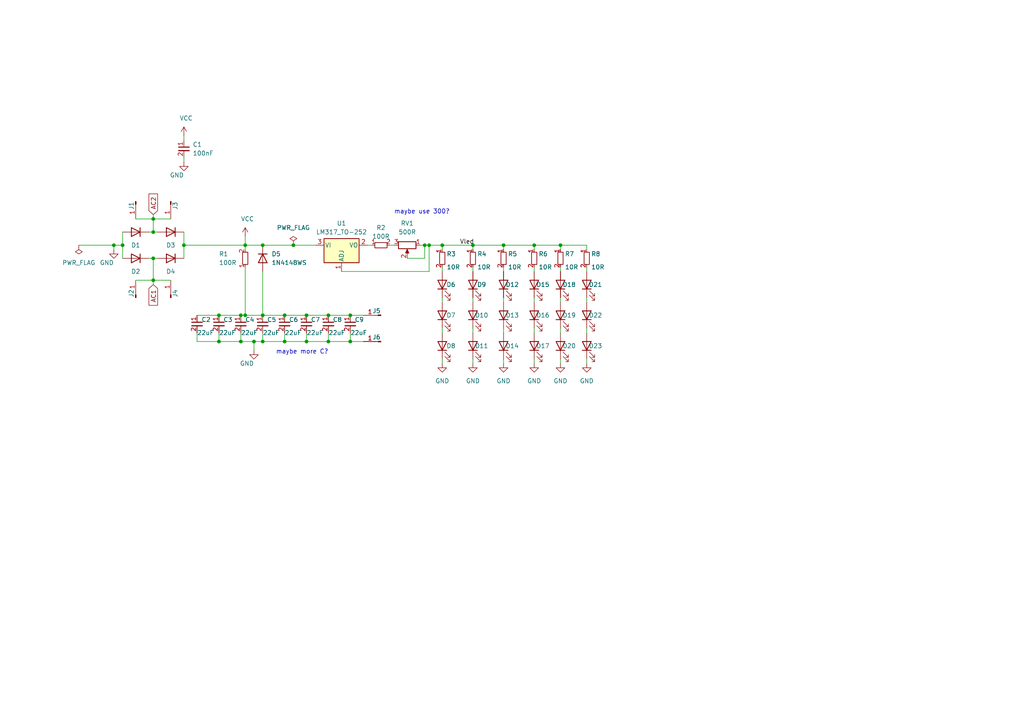
<source format=kicad_sch>
(kicad_sch (version 20231120) (generator "eeschema") (generator_version "8.0")
  (paper "A4")
  (lib_symbols
    (symbol "Connector:Conn_01x01_Pin" (pin_names (offset 1.016) hide)
      (property "Reference" "J" (at 0 2.54 0))
      (property "Value" "Conn_01x01_Pin" (at 0 -2.54 0))
      (symbol "Conn_01x01_Pin_1_1"
        (polyline (pts (xy 1.27 0) (xy 0.8636 0)) (stroke (width 0.1524)))
        (rectangle (start 0.8636 0.127) (end 0 -0.127) (stroke (width 0.1524)) (fill (type outline)))
        (pin passive line (at 5.08 0 180) (length 3.81) (name "Pin_1") (number "1"))
      )
    )
    (symbol "Device:LED" (pin_numbers hide) (pin_names (offset 1.016) hide)
      (property "Reference" "D" (at 0 2.54 0))
      (property "Value" "LED" (at 0 -2.54 0))
      (symbol "LED_0_1"
        (polyline (pts (xy -1.27 -1.27) (xy -1.27 1.27)) (stroke (width 0.254)))
        (polyline (pts (xy -1.27 0) (xy 1.27 0)))
        (polyline (pts (xy 1.27 -1.27) (xy 1.27 1.27) (xy -1.27 0) (xy 1.27 -1.27)) (stroke (width 0.254)))
        (polyline (pts (xy -3.048 -0.762) (xy -4.572 -2.286) (xy -3.81 -2.286) (xy -4.572 -2.286) (xy -4.572 -1.524)))
        (polyline (pts (xy -1.778 -0.762) (xy -3.302 -2.286) (xy -2.54 -2.286) (xy -3.302 -2.286) (xy -3.302 -1.524)))
      )
      (symbol "LED_1_1"
        (pin passive line (at -3.81 0 0) (length 2.54) (name "K") (number "1"))
        (pin passive line (at 3.81 0 180) (length 2.54) (name "A") (number "2"))
      )
    )
    (symbol "Device:R_Potentiometer" (pin_names (offset 1.016) hide)
      (property "Reference" "RV" (at -4.445 0 90))
      (property "Value" "R_Potentiometer" (at -2.54 0 90))
      (symbol "R_Potentiometer_0_1"
        (polyline (pts (xy 2.54 0) (xy 1.524 0)))
        (polyline (pts (xy 1.143 0) (xy 2.286 0.508) (xy 2.286 -0.508) (xy 1.143 0)) (fill (type outline)))
        (rectangle (start 1.016 2.54) (end -1.016 -2.54) (stroke (width 0.254)))
      )
      (symbol "R_Potentiometer_1_1"
        (pin passive line (at 0 3.81 270) (length 1.27) (name "1") (number "1"))
        (pin passive line (at 3.81 0 180) (length 1.27) (name "2") (number "2"))
        (pin passive line (at 0 -3.81 90) (length 1.27) (name "3") (number "3"))
      )
    )
    (symbol "Regulator_Linear:LM317_TO-252" (pin_names (offset 0.254))
      (property "Reference" "U" (at -3.81 3.175 0))
      (property "Value" "LM317_TO-252" (at 0 3.175 0))
      (symbol "LM317_TO-252_0_1"
        (rectangle (start -5.08 1.905) (end 5.08 -5.08) (stroke (width 0.254)) (fill (type background)))
      )
      (symbol "LM317_TO-252_1_1"
        (pin input line (at 0 -7.62 90) (length 2.54) (name "ADJ") (number "1"))
        (pin power_out line (at 7.62 0 180) (length 2.54) (name "VO") (number "2"))
        (pin power_in line (at -7.62 0 0) (length 2.54) (name "VI") (number "3"))
      )
    )
    (symbol "capacitor_miscellaneous:C_0603_100nF"
      (property "Reference" "U" (at 1.27 2.54 0))
      (property "Value" "100nF" (at 3.81 -2.54 0))
      (property "JLCPCB Part#" "C14663" (at 0 0 0))
      (symbol "C_0603_100nF_0_1"
        (polyline (pts (xy -1.524 -0.508) (xy 1.524 -0.508)) (stroke (width 0.3302)))
        (polyline (pts (xy -1.524 0.508) (xy 1.524 0.508)) (stroke (width 0.3048)))
      )
      (symbol "C_0603_100nF_1_1"
        (pin passive line (at 0 2.54 270) (length 2.032) (name "~") (number "1"))
        (pin passive line (at 0 -2.54 90) (length 2.032) (name "~") (number "2"))
      )
    )
    (symbol "capacitor_miscellaneous:C_1206_47uF"
      (property "Reference" "C" (at 1.27 2.54 0))
      (property "Value" "47uF" (at 3.81 -2.54 0))
      (property "JLCPCB Part#" "C96123" (at 0 0 0))
      (symbol "C_1206_47uF_0_1"
        (polyline (pts (xy -1.524 -0.508) (xy 1.524 -0.508)) (stroke (width 0.3302)))
        (polyline (pts (xy -1.524 0.508) (xy 1.524 0.508)) (stroke (width 0.3048)))
      )
      (symbol "C_1206_47uF_1_1"
        (pin passive line (at 0 2.54 270) (length 2.032) (name "~") (number "1"))
        (pin passive line (at 0 -2.54 90) (length 2.032) (name "~") (number "2"))
      )
    )
    (symbol "custom_kicad_lib_sk:1N4148WS" (pin_numbers hide) (pin_names hide)
      (property "Reference" "D" (at 0 2.54 0))
      (property "Value" "1N4148WS" (at 0 -2.54 0))
      (symbol "1N4148WS_0_1"
        (polyline (pts (xy -1.27 1.27) (xy -1.27 -1.27)) (stroke (width 0.254)))
        (polyline (pts (xy 1.27 0) (xy -1.27 0)))
        (polyline (pts (xy 1.27 1.27) (xy 1.27 -1.27) (xy -1.27 0) (xy 1.27 1.27)) (stroke (width 0.254)))
      )
      (symbol "1N4148WS_1_1"
        (pin passive line (at -3.81 0 0) (length 2.54) (name "K") (number "1"))
        (pin passive line (at 3.81 0 180) (length 2.54) (name "A") (number "2"))
      )
    )
    (symbol "power:GND" (power) (pin_names (offset 0))
      (property "Value" "GND" (at 0 -3.81 0))
      (symbol "GND_0_1"
        (polyline (pts (xy 0 0) (xy 0 -1.27) (xy 1.27 -1.27) (xy 0 -2.54) (xy -1.27 -1.27) (xy 0 -1.27)))
      )
      (symbol "GND_1_1"
        (pin power_in line (at 0 0 270) (length 0) hide (name "GND") (number "1"))
      )
    )
    (symbol "power:PWR_FLAG" (power) (pin_numbers hide) (pin_names (offset 0) hide)
      (property "Value" "PWR_FLAG" (at 0 3.81 0))
      (symbol "PWR_FLAG_0_0"
        (pin power_out line (at 0 0 90) (length 0) (name "pwr") (number "1"))
      )
      (symbol "PWR_FLAG_0_1"
        (polyline (pts (xy 0 0) (xy 0 1.27) (xy -1.016 1.905) (xy 0 2.54) (xy 1.016 1.905) (xy 0 1.27)))
      )
    )
    (symbol "power:VCC" (power) (pin_names (offset 0))
      (property "Value" "VCC" (at 0 3.81 0))
      (symbol "VCC_0_1"
        (polyline (pts (xy -0.762 1.27) (xy 0 2.54)))
        (polyline (pts (xy 0 0) (xy 0 2.54)))
        (polyline (pts (xy 0 2.54) (xy 0.762 1.27)))
      )
      (symbol "VCC_1_1"
        (pin power_in line (at 0 0 90) (length 0) hide (name "VCC") (number "1"))
      )
    )
    (symbol "resistors_0603:R_100R_0603"
      (property "Reference" "R" (at 1.27 2.54 0))
      (property "Value" "100R" (at 2.54 -2.54 0))
      (symbol "R_100R_0603_0_1"
        (rectangle (start -0.762 1.778) (end 0.762 -1.778) (stroke (width 0.2032)))
      )
      (symbol "R_100R_0603_1_1"
        (pin passive line (at 0 2.54 270) (length 0.762) (name "~") (number "1"))
        (pin passive line (at 0 -2.54 90) (length 0.762) (name "~") (number "2"))
      )
    )
    (symbol "resistors_0603:R_10R_0603"
      (property "Reference" "R" (at 1.27 2.54 0))
      (property "Value" "10R" (at 2.54 -2.54 0))
      (symbol "R_10R_0603_0_1"
        (rectangle (start -0.762 1.778) (end 0.762 -1.778) (stroke (width 0.2032)))
      )
      (symbol "R_10R_0603_1_1"
        (pin passive line (at 0 2.54 270) (length 0.762) (name "~") (number "1"))
        (pin passive line (at 0 -2.54 90) (length 0.762) (name "~") (number "2"))
      )
    )
    (symbol "resistors_0805:R_100R_0805"
      (property "Reference" "R" (at 1.27 2.54 0))
      (property "Value" "100R" (at 2.54 -2.54 0))
      (symbol "R_100R_0805_0_1"
        (rectangle (start -0.762 1.778) (end 0.762 -1.778) (stroke (width 0.2032)))
      )
      (symbol "R_100R_0805_1_1"
        (pin passive line (at 0 2.54 270) (length 0.762) (name "~") (number "1"))
        (pin passive line (at 0 -2.54 90) (length 0.762) (name "~") (number "2"))
      )
    )
  )
  (junction (at 88.9 91.44))
  (junction (at 69.85 99.06))
  (junction (at 44.45 67.31))
  (junction (at 123.19 71.12))
  (junction (at 76.2 71.12))
  (junction (at 124.46 71.12))
  (junction (at 82.55 91.44))
  (junction (at 33.02 71.12))
  (junction (at 71.12 71.12))
  (junction (at 63.5 91.44))
  (junction (at 162.56 71.12))
  (junction (at 95.25 99.06))
  (junction (at 85.09 71.12))
  (junction (at 35.56 71.12))
  (junction (at 73.66 99.06))
  (junction (at 44.45 63.5))
  (junction (at 101.6 99.06))
  (junction (at 95.25 91.44))
  (junction (at 71.12 91.44))
  (junction (at 76.2 91.44))
  (junction (at 44.45 81.28))
  (junction (at 82.55 99.06))
  (junction (at 128.27 71.12))
  (junction (at 154.94 71.12))
  (junction (at 63.5 99.06))
  (junction (at 101.6 91.44))
  (junction (at 88.9 99.06))
  (junction (at 146.05 71.12))
  (junction (at 53.34 71.12))
  (junction (at 137.16 71.12))
  (junction (at 44.45 74.93))
  (junction (at 69.85 91.44))
  (junction (at 76.2 99.06))
  (wire (pts (xy 137.16 105.41) (xy 137.16 104.14)))
  (wire (pts (xy 146.05 72.39) (xy 146.05 71.12)))
  (wire (pts (xy 95.25 99.06) (xy 101.6 99.06)))
  (wire (pts (xy 124.46 78.74) (xy 99.06 78.74)))
  (wire (pts (xy 57.15 99.06) (xy 63.5 99.06)))
  (wire (pts (xy 162.56 86.36) (xy 162.56 87.63)))
  (wire (pts (xy 57.15 96.52) (xy 57.15 99.06)))
  (wire (pts (xy 128.27 77.47) (xy 128.27 78.74)))
  (wire (pts (xy 170.18 105.41) (xy 170.18 104.14)))
  (wire (pts (xy 44.45 74.93) (xy 44.45 81.28)))
  (wire (pts (xy 44.45 67.31) (xy 43.18 67.31)))
  (wire (pts (xy 162.56 105.41) (xy 162.56 104.14)))
  (wire (pts (xy 82.55 91.44) (xy 88.9 91.44)))
  (wire (pts (xy 22.86 71.12) (xy 33.02 71.12)))
  (wire (pts (xy 154.94 86.36) (xy 154.94 87.63)))
  (wire (pts (xy 44.45 63.5) (xy 39.37 63.5)))
  (wire (pts (xy 95.25 96.52) (xy 95.25 99.06)))
  (wire (pts (xy 63.5 91.44) (xy 69.85 91.44)))
  (wire (pts (xy 128.27 105.41) (xy 128.27 104.14)))
  (wire (pts (xy 137.16 86.36) (xy 137.16 87.63)))
  (wire (pts (xy 124.46 71.12) (xy 128.27 71.12)))
  (wire (pts (xy 123.19 71.12) (xy 124.46 71.12)))
  (wire (pts (xy 146.05 105.41) (xy 146.05 104.14)))
  (wire (pts (xy 76.2 99.06) (xy 82.55 99.06)))
  (wire (pts (xy 88.9 99.06) (xy 82.55 99.06)))
  (wire (pts (xy 71.12 91.44) (xy 76.2 91.44)))
  (wire (pts (xy 118.11 74.93) (xy 123.19 74.93)))
  (wire (pts (xy 128.27 86.36) (xy 128.27 87.63)))
  (wire (pts (xy 170.18 95.25) (xy 170.18 96.52)))
  (wire (pts (xy 71.12 68.58) (xy 71.12 71.12)))
  (wire (pts (xy 154.94 71.12) (xy 162.56 71.12)))
  (wire (pts (xy 88.9 91.44) (xy 95.25 91.44)))
  (wire (pts (xy 44.45 74.93) (xy 43.18 74.93)))
  (wire (pts (xy 162.56 95.25) (xy 162.56 96.52)))
  (wire (pts (xy 123.19 74.93) (xy 123.19 71.12)))
  (wire (pts (xy 71.12 71.12) (xy 71.12 72.39)))
  (wire (pts (xy 57.15 91.44) (xy 63.5 91.44)))
  (wire (pts (xy 44.45 63.5) (xy 44.45 67.31)))
  (wire (pts (xy 146.05 95.25) (xy 146.05 96.52)))
  (wire (pts (xy 154.94 77.47) (xy 154.94 78.74)))
  (wire (pts (xy 101.6 91.44) (xy 105.41 91.44)))
  (wire (pts (xy 44.45 81.28) (xy 39.37 81.28)))
  (wire (pts (xy 162.56 77.47) (xy 162.56 78.74)))
  (wire (pts (xy 137.16 71.12) (xy 146.05 71.12)))
  (wire (pts (xy 128.27 71.12) (xy 137.16 71.12)))
  (wire (pts (xy 101.6 99.06) (xy 105.41 99.06)))
  (wire (pts (xy 170.18 86.36) (xy 170.18 87.63)))
  (wire (pts (xy 170.18 71.12) (xy 170.18 72.39)))
  (wire (pts (xy 128.27 72.39) (xy 128.27 71.12)))
  (wire (pts (xy 76.2 91.44) (xy 82.55 91.44)))
  (wire (pts (xy 63.5 99.06) (xy 63.5 96.52)))
  (wire (pts (xy 101.6 96.52) (xy 101.6 99.06)))
  (wire (pts (xy 49.53 63.5) (xy 44.45 63.5)))
  (wire (pts (xy 82.55 99.06) (xy 82.55 96.52)))
  (wire (pts (xy 69.85 99.06) (xy 69.85 96.52)))
  (wire (pts (xy 106.68 71.12) (xy 107.95 71.12)))
  (wire (pts (xy 137.16 77.47) (xy 137.16 78.74)))
  (wire (pts (xy 73.66 99.06) (xy 69.85 99.06)))
  (wire (pts (xy 114.3 71.12) (xy 113.03 71.12)))
  (wire (pts (xy 76.2 99.06) (xy 76.2 96.52)))
  (wire (pts (xy 53.34 71.12) (xy 71.12 71.12)))
  (wire (pts (xy 128.27 95.25) (xy 128.27 96.52)))
  (wire (pts (xy 53.34 39.37) (xy 53.34 40.64)))
  (wire (pts (xy 69.85 91.44) (xy 71.12 91.44)))
  (wire (pts (xy 137.16 95.25) (xy 137.16 96.52)))
  (wire (pts (xy 162.56 71.12) (xy 162.56 72.39)))
  (wire (pts (xy 49.53 81.28) (xy 44.45 81.28)))
  (wire (pts (xy 73.66 101.6) (xy 73.66 99.06)))
  (wire (pts (xy 73.66 99.06) (xy 76.2 99.06)))
  (wire (pts (xy 146.05 77.47) (xy 146.05 78.74)))
  (wire (pts (xy 63.5 99.06) (xy 69.85 99.06)))
  (wire (pts (xy 137.16 72.39) (xy 137.16 71.12)))
  (wire (pts (xy 53.34 67.31) (xy 53.34 71.12)))
  (wire (pts (xy 170.18 77.47) (xy 170.18 78.74)))
  (wire (pts (xy 123.19 71.12) (xy 121.92 71.12)))
  (wire (pts (xy 146.05 86.36) (xy 146.05 87.63)))
  (wire (pts (xy 162.56 71.12) (xy 170.18 71.12)))
  (wire (pts (xy 53.34 46.99) (xy 53.34 45.72)))
  (wire (pts (xy 35.56 71.12) (xy 35.56 74.93)))
  (wire (pts (xy 95.25 91.44) (xy 101.6 91.44)))
  (wire (pts (xy 44.45 62.23) (xy 44.45 63.5)))
  (wire (pts (xy 88.9 99.06) (xy 95.25 99.06)))
  (wire (pts (xy 124.46 71.12) (xy 124.46 78.74)))
  (wire (pts (xy 154.94 105.41) (xy 154.94 104.14)))
  (wire (pts (xy 44.45 74.93) (xy 45.72 74.93)))
  (wire (pts (xy 71.12 77.47) (xy 71.12 91.44)))
  (wire (pts (xy 76.2 71.12) (xy 85.09 71.12)))
  (wire (pts (xy 33.02 71.12) (xy 35.56 71.12)))
  (wire (pts (xy 88.9 96.52) (xy 88.9 99.06)))
  (wire (pts (xy 33.02 72.39) (xy 33.02 71.12)))
  (wire (pts (xy 154.94 95.25) (xy 154.94 96.52)))
  (wire (pts (xy 154.94 71.12) (xy 154.94 72.39)))
  (wire (pts (xy 71.12 71.12) (xy 76.2 71.12)))
  (wire (pts (xy 76.2 78.74) (xy 76.2 91.44)))
  (wire (pts (xy 154.94 71.12) (xy 146.05 71.12)))
  (wire (pts (xy 44.45 81.28) (xy 44.45 82.55)))
  (wire (pts (xy 35.56 67.31) (xy 35.56 71.12)))
  (wire (pts (xy 53.34 71.12) (xy 53.34 74.93)))
  (wire (pts (xy 44.45 67.31) (xy 45.72 67.31)))
  (wire (pts (xy 85.09 71.12) (xy 91.44 71.12)))
  (text "maybe more C?" (at 80.01 102.87 0) (effects (font (size 1.27 1.27)) (justify left bottom)))
  (text "maybe use 300?" (at 114.3 62.23 0) (effects (font (size 1.27 1.27)) (justify left bottom)))
  (label "Vled" (at 133.35 71.12 0))
  (global_label "AC1" (shape input) (at 44.45 82.55 270) (property "Intersheetrefs" "${INTERSHEET_REFS}" (effects (hide yes))))
  (global_label "AC2" (shape input) (at 44.45 62.23 90) (property "Intersheetrefs" "${INTERSHEET_REFS}" (effects (hide yes))))
  (symbol (lib_id "Device:LED") (at 154.94 82.55 90) (unit 1)
    (property "Reference" "D15" (at 157.48 82.55 90))
    (property "Value" "LED" (effects (hide yes)))
    (property "Footprint" "LED_SMD:LED_0805_2012Metric" (effects (hide yes)))
    (property "JLCPCB Part#" "C965820" (effects (hide yes)))
  )
  (symbol (lib_id "power:GND") (at 146.05 105.41 0) (unit 1)
    (property "Reference" "#PWR08" (effects (hide yes)))
    (property "Value" "GND" (at 146.05 110.49 0))
  )
  (symbol (lib_id "Device:LED") (at 162.56 82.55 90) (unit 1)
    (property "Reference" "D18" (at 165.1 82.55 90))
    (property "Value" "LED" (effects (hide yes)))
    (property "Footprint" "LED_SMD:LED_0805_2012Metric" (effects (hide yes)))
    (property "JLCPCB Part#" "C965820" (effects (hide yes)))
  )
  (symbol (lib_id "custom_kicad_lib_sk:1N4148WS") (at 76.2 74.93 270) (unit 1)
    (property "Reference" "D5" (at 78.74 73.66 90) (effects (justify left)))
    (property "Value" "1N4148WS" (at 78.74 76.2 90) (effects (justify left)))
    (property "Footprint" "Diode_SMD:D_SOD-323" (effects (hide yes)))
    (property "Datasheet" "https://www.vishay.com/docs/85751/1n4148ws.pdf" (effects (hide yes)))
    (property "Sim.Device" "D" (effects (hide yes)))
    (property "Sim.Pins" "1=K 2=A" (effects (hide yes)))
    (property "JLCPCB Part#" "C2128" (effects (hide yes)))
  )
  (symbol (lib_id "capacitor_miscellaneous:C_1206_47uF") (at 95.25 93.98 0) (unit 1)
    (property "Reference" "C8" (at 96.52 92.71 0) (effects (justify left)))
    (property "Value" "22uF" (at 95.25 96.52 0) (effects (justify left)))
    (property "Footprint" "Capacitor_SMD:C_1206_3216Metric" (effects (hide yes)))
    (property "JLCPCB Part#" "C12891" (effects (hide yes)))
  )
  (symbol (lib_id "power:GND") (at 73.66 101.6 0) (unit 1)
    (property "Reference" "#PWR05" (effects (hide yes)))
    (property "Value" "GND" (at 73.66 105.41 0) (effects (justify right)))
  )
  (symbol (lib_id "capacitor_miscellaneous:C_1206_47uF") (at 57.15 93.98 0) (unit 1)
    (property "Reference" "C2" (at 58.42 92.71 0) (effects (justify left)))
    (property "Value" "22uF" (at 57.15 96.52 0) (effects (justify left)))
    (property "Footprint" "Capacitor_SMD:C_1206_3216Metric" (effects (hide yes)))
    (property "JLCPCB Part#" "C12891" (effects (hide yes)))
  )
  (symbol (lib_id "Connector:Conn_01x01_Pin") (at 49.53 86.36 90) (unit 1)
    (property "Reference" "J4" (at 50.8 85.09 0))
    (property "Value" "Conn_01x01_Pin" (effects (hide yes)))
    (property "Footprint" "custom_kicad_lib_sk:01_solderpad_2.54" (effects (hide yes)))
  )
  (symbol (lib_id "resistors_0603:R_10R_0603") (at 170.18 74.93 0) (unit 1)
    (property "Reference" "R8" (at 171.45 73.66 0) (effects (justify left)))
    (property "Value" "10R" (at 171.45 77.47 0) (effects (justify left)))
    (property "Footprint" "custom_kicad_lib_sk:R_0603_smalltext" (effects (hide yes)))
    (property "JLCPCB Part#" "C22859" (effects (hide yes)))
  )
  (symbol (lib_id "resistors_0603:R_100R_0603") (at 110.49 71.12 90) (unit 1)
    (property "Reference" "R2" (at 110.49 66.04 90))
    (property "Value" "100R" (at 110.49 68.58 90))
    (property "Footprint" "custom_kicad_lib_sk:R_0603_smalltext" (effects (hide yes)))
    (property "JLCPCB Part#" "C22775" (effects (hide yes)))
  )
  (symbol (lib_id "power:GND") (at 154.94 105.41 0) (unit 1)
    (property "Reference" "#PWR09" (effects (hide yes)))
    (property "Value" "GND" (at 154.94 110.49 0))
  )
  (symbol (lib_id "capacitor_miscellaneous:C_1206_47uF") (at 69.85 93.98 0) (unit 1)
    (property "Reference" "C4" (at 71.12 92.71 0) (effects (justify left)))
    (property "Value" "22uF" (at 69.85 96.52 0) (effects (justify left)))
    (property "Footprint" "Capacitor_SMD:C_1206_3216Metric" (effects (hide yes)))
    (property "JLCPCB Part#" "C12891" (effects (hide yes)))
  )
  (symbol (lib_id "resistors_0603:R_10R_0603") (at 162.56 74.93 0) (unit 1)
    (property "Reference" "R7" (at 163.83 73.66 0) (effects (justify left)))
    (property "Value" "10R" (at 163.83 77.47 0) (effects (justify left)))
    (property "Footprint" "custom_kicad_lib_sk:R_0603_smalltext" (effects (hide yes)))
    (property "JLCPCB Part#" "C22859" (effects (hide yes)))
  )
  (symbol (lib_id "resistors_0603:R_10R_0603") (at 146.05 74.93 0) (unit 1)
    (property "Reference" "R5" (at 147.32 73.66 0) (effects (justify left)))
    (property "Value" "10R" (at 147.32 77.47 0) (effects (justify left)))
    (property "Footprint" "custom_kicad_lib_sk:R_0603_smalltext" (effects (hide yes)))
    (property "JLCPCB Part#" "C22859" (effects (hide yes)))
  )
  (symbol (lib_id "Device:LED") (at 137.16 82.55 90) (unit 1)
    (property "Reference" "D9" (at 139.7 82.55 90))
    (property "Value" "LED" (effects (hide yes)))
    (property "Footprint" "LED_SMD:LED_0805_2012Metric" (effects (hide yes)))
    (property "JLCPCB Part#" "C965820" (effects (hide yes)))
  )
  (symbol (lib_id "Connector:Conn_01x01_Pin") (at 39.37 58.42 270) (unit 1)
    (property "Reference" "J1" (at 38.1 59.69 0))
    (property "Value" "Conn_01x01_Pin" (effects (hide yes)))
    (property "Footprint" "custom_kicad_lib_sk:01_solderpad_2.54" (effects (hide yes)))
  )
  (symbol (lib_id "custom_kicad_lib_sk:1N4148WS") (at 39.37 67.31 180) (unit 1)
    (property "Reference" "D1" (at 39.37 71.12 0))
    (property "Value" "1N4148WS" (effects (hide yes)))
    (property "Footprint" "Diode_SMD:D_SOD-323" (effects (hide yes)))
    (property "Datasheet" "https://www.vishay.com/docs/85751/1n4148ws.pdf" (effects (hide yes)))
    (property "Sim.Device" "D" (effects (hide yes)))
    (property "Sim.Pins" "1=K 2=A" (effects (hide yes)))
    (property "JLCPCB Part#" "C2128" (effects (hide yes)))
  )
  (symbol (lib_id "Device:LED") (at 170.18 91.44 90) (unit 1)
    (property "Reference" "D22" (at 172.72 91.44 90))
    (property "Value" "LED" (effects (hide yes)))
    (property "Footprint" "LED_SMD:LED_0805_2012Metric" (effects (hide yes)))
    (property "JLCPCB Part#" "C965820" (effects (hide yes)))
  )
  (symbol (lib_id "Device:LED") (at 170.18 100.33 90) (unit 1)
    (property "Reference" "D23" (at 172.72 100.33 90))
    (property "Value" "LED" (effects (hide yes)))
    (property "Footprint" "LED_SMD:LED_0805_2012Metric" (effects (hide yes)))
    (property "JLCPCB Part#" "C965820" (effects (hide yes)))
  )
  (symbol (lib_id "power:GND") (at 170.18 105.41 0) (unit 1)
    (property "Reference" "#PWR0102" (effects (hide yes)))
    (property "Value" "GND" (at 170.18 110.49 0))
  )
  (symbol (lib_id "Device:LED") (at 137.16 100.33 90) (unit 1)
    (property "Reference" "D11" (at 139.7 100.33 90))
    (property "Value" "LED" (effects (hide yes)))
    (property "Footprint" "LED_SMD:LED_0805_2012Metric" (effects (hide yes)))
    (property "JLCPCB Part#" "C965820" (effects (hide yes)))
  )
  (symbol (lib_id "capacitor_miscellaneous:C_1206_47uF") (at 63.5 93.98 0) (unit 1)
    (property "Reference" "C3" (at 64.77 92.71 0) (effects (justify left)))
    (property "Value" "22uF" (at 63.5 96.52 0) (effects (justify left)))
    (property "Footprint" "Capacitor_SMD:C_1206_3216Metric" (effects (hide yes)))
    (property "JLCPCB Part#" "C12891" (effects (hide yes)))
  )
  (symbol (lib_id "custom_kicad_lib_sk:1N4148WS") (at 49.53 67.31 180) (unit 1)
    (property "Reference" "D3" (at 49.53 71.12 0))
    (property "Value" "1N4148WS" (effects (hide yes)))
    (property "Footprint" "Diode_SMD:D_SOD-323" (effects (hide yes)))
    (property "Datasheet" "https://www.vishay.com/docs/85751/1n4148ws.pdf" (effects (hide yes)))
    (property "Sim.Device" "D" (effects (hide yes)))
    (property "Sim.Pins" "1=K 2=A" (effects (hide yes)))
    (property "JLCPCB Part#" "C2128" (effects (hide yes)))
  )
  (symbol (lib_id "capacitor_miscellaneous:C_1206_47uF") (at 101.6 93.98 0) (unit 1)
    (property "Reference" "C9" (at 102.87 92.71 0) (effects (justify left)))
    (property "Value" "22uF" (at 101.6 96.52 0) (effects (justify left)))
    (property "Footprint" "Capacitor_SMD:C_1206_3216Metric" (effects (hide yes)))
    (property "JLCPCB Part#" "C12891" (effects (hide yes)))
  )
  (symbol (lib_id "resistors_0805:R_100R_0805") (at 71.12 74.93 180) (unit 1)
    (property "Reference" "R1" (at 63.5 73.66 0) (effects (justify right)))
    (property "Value" "100R" (at 63.5 76.2 0) (effects (justify right)))
    (property "Footprint" "custom_kicad_lib_sk:R_0805_handsolder-smalltext" (effects (hide yes)))
    (property "JLCPCB Part#" "C17408" (effects (hide yes)))
  )
  (symbol (lib_id "Device:LED") (at 146.05 82.55 90) (unit 1)
    (property "Reference" "D12" (at 148.59 82.55 90))
    (property "Value" "LED" (effects (hide yes)))
    (property "Footprint" "LED_SMD:LED_0805_2012Metric" (effects (hide yes)))
    (property "JLCPCB Part#" "C965820" (effects (hide yes)))
  )
  (symbol (lib_id "Device:LED") (at 128.27 91.44 90) (unit 1)
    (property "Reference" "D7" (at 130.81 91.44 90))
    (property "Value" "LED" (effects (hide yes)))
    (property "Footprint" "LED_SMD:LED_0805_2012Metric" (effects (hide yes)))
    (property "JLCPCB Part#" "C965820" (effects (hide yes)))
  )
  (symbol (lib_id "Connector:Conn_01x01_Pin") (at 110.49 91.44 180) (unit 1)
    (property "Reference" "J5" (at 109.22 90.17 0))
    (property "Value" "Conn_01x01_Pin" (effects (hide yes)))
    (property "Footprint" "custom_kicad_lib_sk:01_solderpad_2.54" (effects (hide yes)))
  )
  (symbol (lib_id "power:GND") (at 137.16 105.41 0) (unit 1)
    (property "Reference" "#PWR07" (effects (hide yes)))
    (property "Value" "GND" (at 137.16 110.49 0))
  )
  (symbol (lib_id "Connector:Conn_01x01_Pin") (at 49.53 58.42 270) (unit 1)
    (property "Reference" "J3" (at 50.8 59.69 0))
    (property "Value" "Conn_01x01_Pin" (effects (hide yes)))
    (property "Footprint" "custom_kicad_lib_sk:01_solderpad_2.54" (effects (hide yes)))
  )
  (symbol (lib_id "Device:LED") (at 162.56 100.33 90) (unit 1)
    (property "Reference" "D20" (at 165.1 100.33 90))
    (property "Value" "LED" (effects (hide yes)))
    (property "Footprint" "LED_SMD:LED_0805_2012Metric" (effects (hide yes)))
    (property "JLCPCB Part#" "C965820" (effects (hide yes)))
  )
  (symbol (lib_id "Device:LED") (at 154.94 91.44 90) (unit 1)
    (property "Reference" "D16" (at 157.48 91.44 90))
    (property "Value" "LED" (effects (hide yes)))
    (property "Footprint" "LED_SMD:LED_0805_2012Metric" (effects (hide yes)))
    (property "JLCPCB Part#" "C965820" (effects (hide yes)))
  )
  (symbol (lib_id "capacitor_miscellaneous:C_1206_47uF") (at 88.9 93.98 0) (unit 1)
    (property "Reference" "C7" (at 90.17 92.71 0) (effects (justify left)))
    (property "Value" "22uF" (at 88.9 96.52 0) (effects (justify left)))
    (property "Footprint" "Capacitor_SMD:C_1206_3216Metric" (effects (hide yes)))
    (property "JLCPCB Part#" "C12891" (effects (hide yes)))
  )
  (symbol (lib_id "Regulator_Linear:LM317_TO-252") (at 99.06 71.12 0) (unit 1)
    (property "Reference" "U1" (at 99.06 64.77 0))
    (property "Value" "LM317_TO-252" (at 99.06 67.31 0))
    (property "Footprint" "Package_TO_SOT_SMD:TO-252-2" (effects (hide yes)))
    (property "Datasheet" "http://www.ti.com/lit/ds/snvs774n/snvs774n.pdf" (effects (hide yes)))
    (property "JLCPCB Part#" "C75510" (effects (hide yes)))
  )
  (symbol (lib_id "Device:R_Potentiometer") (at 118.11 71.12 270) (unit 1)
    (property "Reference" "RV1" (at 118.11 64.77 90))
    (property "Value" "500R" (at 118.11 67.31 90))
    (property "Footprint" "Potentiometer_SMD:Potentiometer_Bourns_TC33X_Vertical" (effects (hide yes)))
    (property "JLCPCB Part#" "C720649" (effects (hide yes)))
  )
  (symbol (lib_id "capacitor_miscellaneous:C_1206_47uF") (at 76.2 93.98 0) (unit 1)
    (property "Reference" "C5" (at 77.47 92.71 0) (effects (justify left)))
    (property "Value" "22uF" (at 76.2 96.52 0) (effects (justify left)))
    (property "Footprint" "Capacitor_SMD:C_1206_3216Metric" (effects (hide yes)))
    (property "JLCPCB Part#" "C12891" (effects (hide yes)))
  )
  (symbol (lib_id "Device:LED") (at 154.94 100.33 90) (unit 1)
    (property "Reference" "D17" (at 157.48 100.33 90))
    (property "Value" "LED" (effects (hide yes)))
    (property "Footprint" "LED_SMD:LED_0805_2012Metric" (effects (hide yes)))
    (property "JLCPCB Part#" "C965820" (effects (hide yes)))
  )
  (symbol (lib_id "power:GND") (at 128.27 105.41 0) (unit 1)
    (property "Reference" "#PWR06" (effects (hide yes)))
    (property "Value" "GND" (at 128.27 110.49 0))
  )
  (symbol (lib_id "custom_kicad_lib_sk:1N4148WS") (at 49.53 74.93 180) (unit 1)
    (property "Reference" "D4" (at 49.53 78.74 0))
    (property "Value" "1N4148WS" (effects (hide yes)))
    (property "Footprint" "Diode_SMD:D_SOD-323" (effects (hide yes)))
    (property "Datasheet" "https://www.vishay.com/docs/85751/1n4148ws.pdf" (effects (hide yes)))
    (property "Sim.Device" "D" (effects (hide yes)))
    (property "Sim.Pins" "1=K 2=A" (effects (hide yes)))
    (property "JLCPCB Part#" "C2128" (effects (hide yes)))
  )
  (symbol (lib_id "Device:LED") (at 137.16 91.44 90) (unit 1)
    (property "Reference" "D10" (at 139.7 91.44 90))
    (property "Value" "LED" (effects (hide yes)))
    (property "Footprint" "LED_SMD:LED_0805_2012Metric" (effects (hide yes)))
    (property "JLCPCB Part#" "C965820" (effects (hide yes)))
  )
  (symbol (lib_id "power:VCC") (at 53.34 39.37 0) (unit 1)
    (property "Reference" "#PWR02" (effects (hide yes)))
    (property "Value" "VCC" (at 52.07 34.29 0) (effects (justify left)))
  )
  (symbol (lib_id "resistors_0603:R_10R_0603") (at 154.94 74.93 0) (unit 1)
    (property "Reference" "R6" (at 156.21 73.66 0) (effects (justify left)))
    (property "Value" "10R" (at 156.21 77.47 0) (effects (justify left)))
    (property "Footprint" "custom_kicad_lib_sk:R_0603_smalltext" (effects (hide yes)))
    (property "JLCPCB Part#" "C22859" (effects (hide yes)))
  )
  (symbol (lib_id "power:GND") (at 53.34 46.99 0) (unit 1)
    (property "Reference" "#PWR03" (effects (hide yes)))
    (property "Value" "GND" (at 53.34 50.8 0) (effects (justify right)))
  )
  (symbol (lib_id "Device:LED") (at 128.27 100.33 90) (unit 1)
    (property "Reference" "D8" (at 130.81 100.33 90))
    (property "Value" "LED" (effects (hide yes)))
    (property "Footprint" "LED_SMD:LED_0805_2012Metric" (effects (hide yes)))
    (property "JLCPCB Part#" "C965820" (effects (hide yes)))
  )
  (symbol (lib_id "Connector:Conn_01x01_Pin") (at 39.37 86.36 90) (unit 1)
    (property "Reference" "J2" (at 38.1 85.09 0))
    (property "Value" "Conn_01x01_Pin" (effects (hide yes)))
    (property "Footprint" "custom_kicad_lib_sk:01_solderpad_2.54" (effects (hide yes)))
  )
  (symbol (lib_id "capacitor_miscellaneous:C_1206_47uF") (at 82.55 93.98 0) (unit 1)
    (property "Reference" "C6" (at 83.82 92.71 0) (effects (justify left)))
    (property "Value" "22uF" (at 82.55 96.52 0) (effects (justify left)))
    (property "Footprint" "Capacitor_SMD:C_1206_3216Metric" (effects (hide yes)))
    (property "JLCPCB Part#" "C12891" (effects (hide yes)))
  )
  (symbol (lib_id "power:PWR_FLAG") (at 85.09 71.12 0) (unit 1)
    (property "Reference" "#FLG01" (effects (hide yes)))
    (property "Value" "PWR_FLAG" (at 85.09 66.04 0))
  )
  (symbol (lib_id "Device:LED") (at 146.05 100.33 90) (unit 1)
    (property "Reference" "D14" (at 148.59 100.33 90))
    (property "Value" "LED" (effects (hide yes)))
    (property "Footprint" "LED_SMD:LED_0805_2012Metric" (effects (hide yes)))
    (property "JLCPCB Part#" "C965820" (effects (hide yes)))
  )
  (symbol (lib_id "power:GND") (at 162.56 105.41 0) (unit 1)
    (property "Reference" "#PWR0101" (effects (hide yes)))
    (property "Value" "GND" (at 162.56 110.49 0))
  )
  (symbol (lib_id "Device:LED") (at 146.05 91.44 90) (unit 1)
    (property "Reference" "D13" (at 148.59 91.44 90))
    (property "Value" "LED" (effects (hide yes)))
    (property "Footprint" "LED_SMD:LED_0805_2012Metric" (effects (hide yes)))
    (property "JLCPCB Part#" "C965820" (effects (hide yes)))
  )
  (symbol (lib_id "Connector:Conn_01x01_Pin") (at 110.49 99.06 180) (unit 1)
    (property "Reference" "J6" (at 109.22 97.79 0))
    (property "Value" "Conn_01x01_Pin" (effects (hide yes)))
    (property "Footprint" "custom_kicad_lib_sk:01_solderpad_2.54" (effects (hide yes)))
  )
  (symbol (lib_id "Device:LED") (at 162.56 91.44 90) (unit 1)
    (property "Reference" "D19" (at 165.1 91.44 90))
    (property "Value" "LED" (effects (hide yes)))
    (property "Footprint" "LED_SMD:LED_0805_2012Metric" (effects (hide yes)))
    (property "JLCPCB Part#" "C965820" (effects (hide yes)))
  )
  (symbol (lib_id "Device:LED") (at 170.18 82.55 90) (unit 1)
    (property "Reference" "D21" (at 172.72 82.55 90))
    (property "Value" "LED" (effects (hide yes)))
    (property "Footprint" "LED_SMD:LED_0805_2012Metric" (effects (hide yes)))
    (property "JLCPCB Part#" "C965820" (effects (hide yes)))
  )
  (symbol (lib_id "resistors_0603:R_10R_0603") (at 137.16 74.93 0) (unit 1)
    (property "Reference" "R4" (at 138.43 73.66 0) (effects (justify left)))
    (property "Value" "10R" (at 138.43 77.47 0) (effects (justify left)))
    (property "Footprint" "custom_kicad_lib_sk:R_0603_smalltext" (effects (hide yes)))
    (property "JLCPCB Part#" "C22859" (effects (hide yes)))
  )
  (symbol (lib_id "power:GND") (at 33.02 72.39 0) (unit 1)
    (property "Reference" "#PWR01" (effects (hide yes)))
    (property "Value" "GND" (at 33.02 76.2 0) (effects (justify right)))
  )
  (symbol (lib_id "power:PWR_FLAG") (at 22.86 71.12 180) (unit 1)
    (property "Reference" "#FLG02" (effects (hide yes)))
    (property "Value" "PWR_FLAG" (at 22.86 76.2 0))
  )
  (symbol (lib_id "Device:LED") (at 128.27 82.55 90) (unit 1)
    (property "Reference" "D6" (at 130.81 82.55 90))
    (property "Value" "LED" (effects (hide yes)))
    (property "Footprint" "LED_SMD:LED_0805_2012Metric" (effects (hide yes)))
    (property "JLCPCB Part#" "C965820" (effects (hide yes)))
  )
  (symbol (lib_id "capacitor_miscellaneous:C_0603_100nF") (at 53.34 43.18 0) (unit 1)
    (property "Reference" "C1" (at 55.88 41.9163 0) (effects (justify left)))
    (property "Value" "100nF" (at 55.88 44.4563 0) (effects (justify left)))
    (property "Footprint" "Capacitor_SMD:C_0603_1608Metric" (effects (hide yes)))
    (property "JLCPCB Part#" "C14663" (effects (hide yes)))
  )
  (symbol (lib_id "power:VCC") (at 71.12 68.58 0) (unit 1)
    (property "Reference" "#PWR04" (effects (hide yes)))
    (property "Value" "VCC" (at 69.85 63.5 0) (effects (justify left)))
  )
  (symbol (lib_id "resistors_0603:R_10R_0603") (at 128.27 74.93 0) (unit 1)
    (property "Reference" "R3" (at 129.54 73.66 0) (effects (justify left)))
    (property "Value" "10R" (at 129.54 77.47 0) (effects (justify left)))
    (property "Footprint" "custom_kicad_lib_sk:R_0603_smalltext" (effects (hide yes)))
    (property "JLCPCB Part#" "C22859" (effects (hide yes)))
  )
  (symbol (lib_id "custom_kicad_lib_sk:1N4148WS") (at 39.37 74.93 180) (unit 1)
    (property "Reference" "D2" (at 39.37 78.74 0))
    (property "Value" "1N4148WS" (effects (hide yes)))
    (property "Footprint" "Diode_SMD:D_SOD-323" (effects (hide yes)))
    (property "Datasheet" "https://www.vishay.com/docs/85751/1n4148ws.pdf" (effects (hide yes)))
    (property "Sim.Device" "D" (effects (hide yes)))
    (property "Sim.Pins" "1=K 2=A" (effects (hide yes)))
    (property "JLCPCB Part#" "C2128" (effects (hide yes)))
  )
)
</source>
